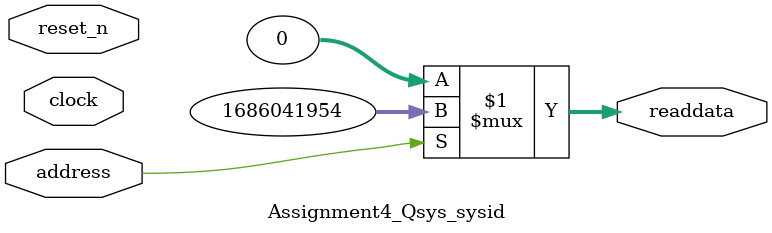
<source format=v>

`timescale 1ns / 1ps
// synthesis translate_on

// turn off superfluous verilog processor warnings 
// altera message_level Level1 
// altera message_off 10034 10035 10036 10037 10230 10240 10030 

module Assignment4_Qsys_sysid (
               // inputs:
                address,
                clock,
                reset_n,

               // outputs:
                readdata
             )
;

  output  [ 31: 0] readdata;
  input            address;
  input            clock;
  input            reset_n;

  wire    [ 31: 0] readdata;
  //control_slave, which is an e_avalon_slave
  assign readdata = address ? 1686041954 : 0;

endmodule




</source>
